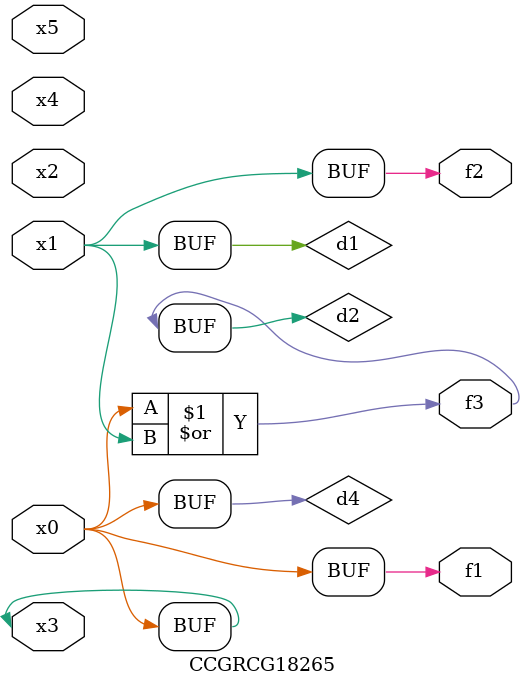
<source format=v>
module CCGRCG18265(
	input x0, x1, x2, x3, x4, x5,
	output f1, f2, f3
);

	wire d1, d2, d3, d4;

	and (d1, x1);
	or (d2, x0, x1);
	nand (d3, x0, x5);
	buf (d4, x0, x3);
	assign f1 = d4;
	assign f2 = d1;
	assign f3 = d2;
endmodule

</source>
